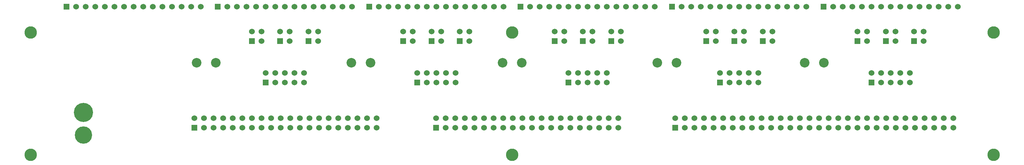
<source format=gbs>
G04 (created by PCBNEW (2013-mar-13)-testing) date Tue 12 Nov 2013 05:14:33 PM PST*
%MOIN*%
G04 Gerber Fmt 3.4, Leading zero omitted, Abs format*
%FSLAX34Y34*%
G01*
G70*
G90*
G04 APERTURE LIST*
%ADD10C,0.005906*%
%ADD11C,0.100000*%
%ADD12R,0.060000X0.060000*%
%ADD13C,0.060000*%
%ADD14C,0.200000*%
%ADD15C,0.181100*%
%ADD16C,0.130000*%
G04 APERTURE END LIST*
G54D10*
G54D11*
X34039Y-28740D03*
X36039Y-28740D03*
X50181Y-28740D03*
X52181Y-28740D03*
X65929Y-28740D03*
X67929Y-28740D03*
X82070Y-28740D03*
X84070Y-28740D03*
X97425Y-28740D03*
X99425Y-28740D03*
G54D12*
X39795Y-26484D03*
G54D13*
X39795Y-25484D03*
X40795Y-26484D03*
X40795Y-25484D03*
G54D12*
X55582Y-26484D03*
G54D13*
X55582Y-25484D03*
X56582Y-26484D03*
X56582Y-25484D03*
G54D12*
X71370Y-26484D03*
G54D13*
X71370Y-25484D03*
X72370Y-26484D03*
X72370Y-25484D03*
G54D12*
X87157Y-26484D03*
G54D13*
X87157Y-25484D03*
X88157Y-26484D03*
X88157Y-25484D03*
G54D12*
X102944Y-26484D03*
G54D13*
X102944Y-25484D03*
X103944Y-26484D03*
X103944Y-25484D03*
G54D12*
X42748Y-26484D03*
G54D13*
X42748Y-25484D03*
X43748Y-26484D03*
X43748Y-25484D03*
G54D12*
X58535Y-26484D03*
G54D13*
X58535Y-25484D03*
X59535Y-26484D03*
X59535Y-25484D03*
G54D12*
X74322Y-26484D03*
G54D13*
X74322Y-25484D03*
X75322Y-26484D03*
X75322Y-25484D03*
G54D12*
X90110Y-26484D03*
G54D13*
X90110Y-25484D03*
X91110Y-26484D03*
X91110Y-25484D03*
G54D12*
X105897Y-26484D03*
G54D13*
X105897Y-25484D03*
X106897Y-26484D03*
X106897Y-25484D03*
G54D12*
X45700Y-26484D03*
G54D13*
X45700Y-25484D03*
X46700Y-26484D03*
X46700Y-25484D03*
G54D12*
X61488Y-26484D03*
G54D13*
X61488Y-25484D03*
X62488Y-26484D03*
X62488Y-25484D03*
G54D12*
X77275Y-26484D03*
G54D13*
X77275Y-25484D03*
X78275Y-26484D03*
X78275Y-25484D03*
G54D12*
X93062Y-26484D03*
G54D13*
X93062Y-25484D03*
X94062Y-26484D03*
X94062Y-25484D03*
G54D12*
X108850Y-26484D03*
G54D13*
X108850Y-25484D03*
X109850Y-26484D03*
X109850Y-25484D03*
G54D12*
X33807Y-35539D03*
G54D13*
X33807Y-34539D03*
X38807Y-35539D03*
X34807Y-34539D03*
X39807Y-35539D03*
X35807Y-34539D03*
X40807Y-35539D03*
X36807Y-34539D03*
X41807Y-35539D03*
X37807Y-34539D03*
X42807Y-35539D03*
X38807Y-34539D03*
X43807Y-35539D03*
X39807Y-34539D03*
X44807Y-35539D03*
X40807Y-34539D03*
X45807Y-35539D03*
X41807Y-34539D03*
X46807Y-35539D03*
X42807Y-34539D03*
X47807Y-35539D03*
X43807Y-34539D03*
X48807Y-35539D03*
X44807Y-34539D03*
X45807Y-34539D03*
X49807Y-35539D03*
X46807Y-34539D03*
X48807Y-34539D03*
X49807Y-34539D03*
X50807Y-34539D03*
X51807Y-34539D03*
X50807Y-35539D03*
X51807Y-35539D03*
X34807Y-35539D03*
X35807Y-35539D03*
X36807Y-35539D03*
X37807Y-35539D03*
X52807Y-35539D03*
X52807Y-34539D03*
X47807Y-34539D03*
G54D12*
X83925Y-35539D03*
G54D13*
X83925Y-34539D03*
X88925Y-35539D03*
X84925Y-34539D03*
X89925Y-35539D03*
X85925Y-34539D03*
X90925Y-35539D03*
X86925Y-34539D03*
X91925Y-35539D03*
X87925Y-34539D03*
X92925Y-35539D03*
X88925Y-34539D03*
X93925Y-35539D03*
X89925Y-34539D03*
X94925Y-35539D03*
X90925Y-34539D03*
X95925Y-35539D03*
X91925Y-34539D03*
X96925Y-35539D03*
X92925Y-34539D03*
X97925Y-35539D03*
X93925Y-34539D03*
X98925Y-35539D03*
X94925Y-34539D03*
X95925Y-34539D03*
X99925Y-35539D03*
X96925Y-34539D03*
X98925Y-34539D03*
X99925Y-34539D03*
X100925Y-34539D03*
X101925Y-34539D03*
X100925Y-35539D03*
X101925Y-35539D03*
X84925Y-35539D03*
X85925Y-35539D03*
X86925Y-35539D03*
X87925Y-35539D03*
X102925Y-35539D03*
X102925Y-34539D03*
X97925Y-34539D03*
X103925Y-35539D03*
X103925Y-34539D03*
X104925Y-35539D03*
X104925Y-34539D03*
X105925Y-35539D03*
X105925Y-34539D03*
X106925Y-35539D03*
X106925Y-34539D03*
X107925Y-35539D03*
X107925Y-34539D03*
X108925Y-35539D03*
X108925Y-34539D03*
X109925Y-35539D03*
X109925Y-34539D03*
X110925Y-35539D03*
X110925Y-34539D03*
X111925Y-35539D03*
X111925Y-34539D03*
X112925Y-35539D03*
X112925Y-34539D03*
G54D14*
X22244Y-33956D03*
G54D15*
X22244Y-36318D03*
G54D12*
X20460Y-22874D03*
G54D13*
X21460Y-22874D03*
X22460Y-22874D03*
X23460Y-22874D03*
X24460Y-22874D03*
X25460Y-22874D03*
X26460Y-22874D03*
X27460Y-22874D03*
X28460Y-22874D03*
X29460Y-22874D03*
X30460Y-22874D03*
X31460Y-22874D03*
X32460Y-22874D03*
X33460Y-22874D03*
X34460Y-22874D03*
G54D12*
X36248Y-22874D03*
G54D13*
X37248Y-22874D03*
X38248Y-22874D03*
X39248Y-22874D03*
X40248Y-22874D03*
X41248Y-22874D03*
X42248Y-22874D03*
X43248Y-22874D03*
X44248Y-22874D03*
X45248Y-22874D03*
X46248Y-22874D03*
X47248Y-22874D03*
X48248Y-22874D03*
X49248Y-22874D03*
X50248Y-22874D03*
G54D12*
X52035Y-22874D03*
G54D13*
X53035Y-22874D03*
X54035Y-22874D03*
X55035Y-22874D03*
X56035Y-22874D03*
X57035Y-22874D03*
X58035Y-22874D03*
X59035Y-22874D03*
X60035Y-22874D03*
X61035Y-22874D03*
X62035Y-22874D03*
X63035Y-22874D03*
X64035Y-22874D03*
X65035Y-22874D03*
X66035Y-22874D03*
G54D12*
X67822Y-22874D03*
G54D13*
X68822Y-22874D03*
X69822Y-22874D03*
X70822Y-22874D03*
X71822Y-22874D03*
X72822Y-22874D03*
X73822Y-22874D03*
X74822Y-22874D03*
X75822Y-22874D03*
X76822Y-22874D03*
X77822Y-22874D03*
X78822Y-22874D03*
X79822Y-22874D03*
X80822Y-22874D03*
X81822Y-22874D03*
G54D12*
X83610Y-22874D03*
G54D13*
X84610Y-22874D03*
X85610Y-22874D03*
X86610Y-22874D03*
X87610Y-22874D03*
X88610Y-22874D03*
X89610Y-22874D03*
X90610Y-22874D03*
X91610Y-22874D03*
X92610Y-22874D03*
X93610Y-22874D03*
X94610Y-22874D03*
X95610Y-22874D03*
X96610Y-22874D03*
X97610Y-22874D03*
G54D12*
X99397Y-22874D03*
G54D13*
X100397Y-22874D03*
X101397Y-22874D03*
X102397Y-22874D03*
X103397Y-22874D03*
X104397Y-22874D03*
X105397Y-22874D03*
X106397Y-22874D03*
X107397Y-22874D03*
X108397Y-22874D03*
X109397Y-22874D03*
X110397Y-22874D03*
X111397Y-22874D03*
X112397Y-22874D03*
X113397Y-22874D03*
G54D16*
X117125Y-25590D03*
X16732Y-38385D03*
X117125Y-38385D03*
X66929Y-25590D03*
X66929Y-38385D03*
X16732Y-25590D03*
G54D12*
X41248Y-30814D03*
G54D13*
X41248Y-29814D03*
X42248Y-30814D03*
X42248Y-29814D03*
X43248Y-30814D03*
X43248Y-29814D03*
X44248Y-30814D03*
X44248Y-29814D03*
X45248Y-30814D03*
X45248Y-29814D03*
G54D12*
X57035Y-30814D03*
G54D13*
X57035Y-29814D03*
X58035Y-30814D03*
X58035Y-29814D03*
X59035Y-30814D03*
X59035Y-29814D03*
X60035Y-30814D03*
X60035Y-29814D03*
X61035Y-30814D03*
X61035Y-29814D03*
G54D12*
X72822Y-30814D03*
G54D13*
X72822Y-29814D03*
X73822Y-30814D03*
X73822Y-29814D03*
X74822Y-30814D03*
X74822Y-29814D03*
X75822Y-30814D03*
X75822Y-29814D03*
X76822Y-30814D03*
X76822Y-29814D03*
G54D12*
X88610Y-30814D03*
G54D13*
X88610Y-29814D03*
X89610Y-30814D03*
X89610Y-29814D03*
X90610Y-30814D03*
X90610Y-29814D03*
X91610Y-30814D03*
X91610Y-29814D03*
X92610Y-30814D03*
X92610Y-29814D03*
G54D12*
X104397Y-30814D03*
G54D13*
X104397Y-29814D03*
X105397Y-30814D03*
X105397Y-29814D03*
X106397Y-30814D03*
X106397Y-29814D03*
X107397Y-30814D03*
X107397Y-29814D03*
X108397Y-30814D03*
X108397Y-29814D03*
G54D12*
X59003Y-35539D03*
G54D13*
X59003Y-34539D03*
X64003Y-35539D03*
X60003Y-34539D03*
X65003Y-35539D03*
X61003Y-34539D03*
X66003Y-35539D03*
X62003Y-34539D03*
X67003Y-35539D03*
X63003Y-34539D03*
X68003Y-35539D03*
X64003Y-34539D03*
X69003Y-35539D03*
X65003Y-34539D03*
X70003Y-35539D03*
X66003Y-34539D03*
X71003Y-35539D03*
X67003Y-34539D03*
X72003Y-35539D03*
X68003Y-34539D03*
X73003Y-35539D03*
X69003Y-34539D03*
X74003Y-35539D03*
X70003Y-34539D03*
X71003Y-34539D03*
X75003Y-35539D03*
X72003Y-34539D03*
X74003Y-34539D03*
X75003Y-34539D03*
X76003Y-34539D03*
X77003Y-34539D03*
X76003Y-35539D03*
X77003Y-35539D03*
X60003Y-35539D03*
X61003Y-35539D03*
X62003Y-35539D03*
X63003Y-35539D03*
X78003Y-35539D03*
X78003Y-34539D03*
X73003Y-34539D03*
M02*

</source>
